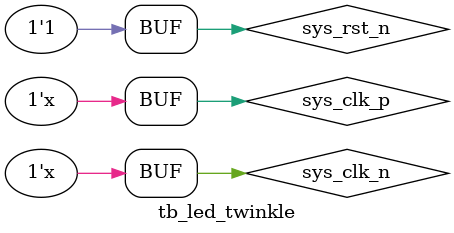
<source format=v>
`timescale 1ns / 1ps

module tb_led_twinkle ();

    // ÊäÈë
    reg sys_clk_p;
    reg sys_clk_n;
    reg sys_rst_n;

    // Êä³ö
    wire [1:0] led;

    // ÐÅºÅ³õÊ¼»¯
    initial begin
        sys_clk_p = 1'b0;
        sys_clk_n = 1'b1;
        sys_rst_n = 1'b0;
        #200 sys_rst_n = 1'b1;
    end

    // Éú³ÉÊ±ÖÓ
    always #5 sys_clk_p = ~sys_clk_p;
    always #5 sys_clk_n = ~sys_clk_n;

    // Àý»¯´ý²âÉè¼Æ
    led_twinkle u_led_twinkle (
        .sys_clk_p(sys_clk_p),
        .sys_clk_n(sys_clk_n),
        .sys_rst_n(sys_rst_n),
        .led      (led)
    );

endmodule

</source>
